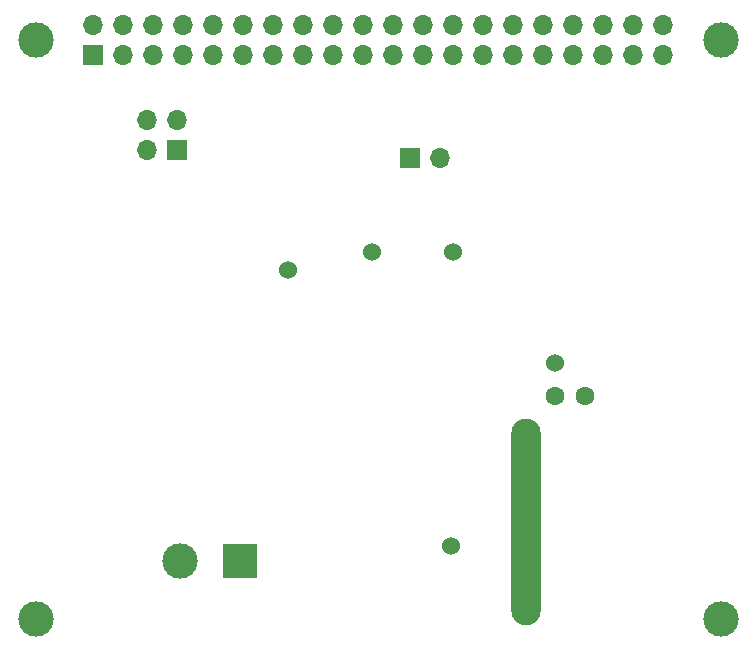
<source format=gbs>
G04 #@! TF.GenerationSoftware,KiCad,Pcbnew,(6.0.9-0)*
G04 #@! TF.CreationDate,2023-03-20T13:15:15-04:00*
G04 #@! TF.ProjectId,LM5116-05,4c4d3531-3136-42d3-9035-2e6b69636164,rev?*
G04 #@! TF.SameCoordinates,Original*
G04 #@! TF.FileFunction,Soldermask,Bot*
G04 #@! TF.FilePolarity,Negative*
%FSLAX46Y46*%
G04 Gerber Fmt 4.6, Leading zero omitted, Abs format (unit mm)*
G04 Created by KiCad (PCBNEW (6.0.9-0)) date 2023-03-20 13:15:15*
%MOMM*%
%LPD*%
G01*
G04 APERTURE LIST*
%ADD10C,3.000000*%
%ADD11R,1.700000X1.700000*%
%ADD12O,1.700000X1.700000*%
%ADD13R,3.000000X3.000000*%
%ADD14O,2.500000X17.500000*%
%ADD15C,1.524000*%
%ADD16C,1.600000*%
G04 APERTURE END LIST*
D10*
X82040000Y-64310000D03*
X140040000Y-64330000D03*
X82040000Y-113320000D03*
X140030000Y-113310000D03*
D11*
X93980000Y-73660000D03*
D12*
X91440000Y-73660000D03*
X93980000Y-71120000D03*
X91440000Y-71120000D03*
D13*
X99314000Y-108458000D03*
D10*
X94234000Y-108458000D03*
D11*
X113700000Y-74295000D03*
D12*
X116240000Y-74295000D03*
D14*
X123571000Y-105156000D03*
D15*
X103378000Y-83820000D03*
X125984000Y-91694000D03*
X117202000Y-107188000D03*
X117348000Y-82296000D03*
D16*
X128504000Y-94488000D03*
X126004000Y-94488000D03*
D15*
X110490000Y-82296000D03*
D11*
X86920000Y-65590000D03*
D12*
X86920000Y-63050000D03*
X89460000Y-65590000D03*
X89460000Y-63050000D03*
X92000000Y-65590000D03*
X92000000Y-63050000D03*
X94540000Y-65590000D03*
X94540000Y-63050000D03*
X97080000Y-65590000D03*
X97080000Y-63050000D03*
X99620000Y-65590000D03*
X99620000Y-63050000D03*
X102160000Y-65590000D03*
X102160000Y-63050000D03*
X104700000Y-65590000D03*
X104700000Y-63050000D03*
X107240000Y-65590000D03*
X107240000Y-63050000D03*
X109780000Y-65590000D03*
X109780000Y-63050000D03*
X112320000Y-65590000D03*
X112320000Y-63050000D03*
X114860000Y-65590000D03*
X114860000Y-63050000D03*
X117400000Y-65590000D03*
X117400000Y-63050000D03*
X119940000Y-65590000D03*
X119940000Y-63050000D03*
X122480000Y-65590000D03*
X122480000Y-63050000D03*
X125020000Y-65590000D03*
X125020000Y-63050000D03*
X127560000Y-65590000D03*
X127560000Y-63050000D03*
X130100000Y-65590000D03*
X130100000Y-63050000D03*
X132640000Y-65590000D03*
X132640000Y-63050000D03*
X135180000Y-65590000D03*
X135180000Y-63050000D03*
M02*

</source>
